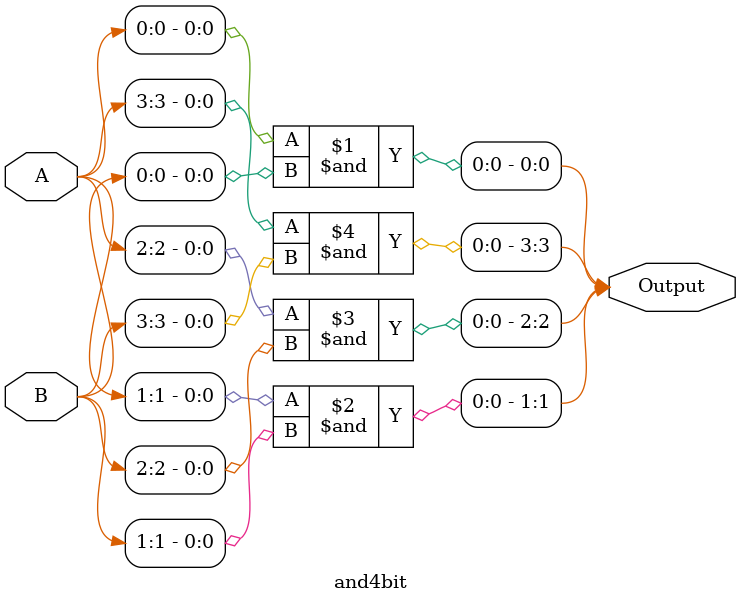
<source format=v>
module and4bit(A, B, Output);	// and 4 bit module

input [3:0] A, B;				// A ve B 4 bitlik inputlar.
output [3:0] Output;

and a1(Output[0], A[0], B[0]);	// her bit and lenir.
and a2(Output[1], A[1], B[1]);
and a3(Output[2], A[2], B[2]);
and a4(Output[3], A[3], B[3]);


endmodule
</source>
